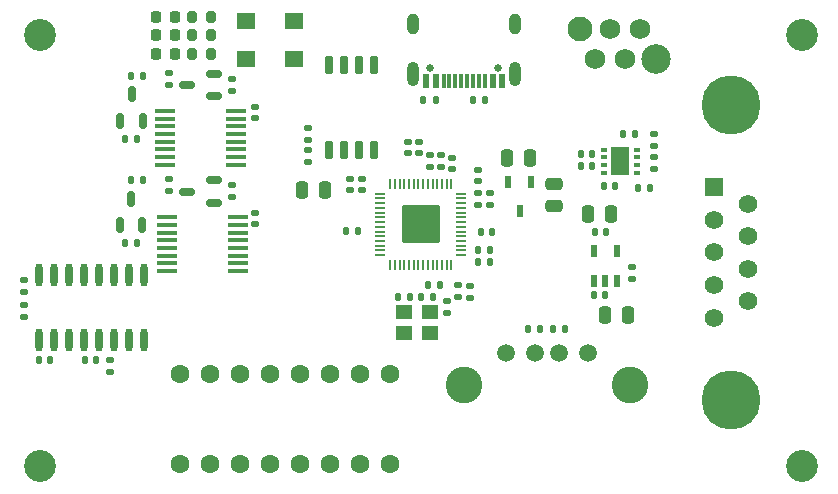
<source format=gbr>
%TF.GenerationSoftware,KiCad,Pcbnew,8.0.1*%
%TF.CreationDate,2024-03-30T20:31:03-07:00*%
%TF.ProjectId,babelfish,62616265-6c66-4697-9368-2e6b69636164,v0.3*%
%TF.SameCoordinates,Original*%
%TF.FileFunction,Soldermask,Top*%
%TF.FilePolarity,Negative*%
%FSLAX46Y46*%
G04 Gerber Fmt 4.6, Leading zero omitted, Abs format (unit mm)*
G04 Created by KiCad (PCBNEW 8.0.1) date 2024-03-30 20:31:03*
%MOMM*%
%LPD*%
G01*
G04 APERTURE LIST*
G04 Aperture macros list*
%AMRoundRect*
0 Rectangle with rounded corners*
0 $1 Rounding radius*
0 $2 $3 $4 $5 $6 $7 $8 $9 X,Y pos of 4 corners*
0 Add a 4 corners polygon primitive as box body*
4,1,4,$2,$3,$4,$5,$6,$7,$8,$9,$2,$3,0*
0 Add four circle primitives for the rounded corners*
1,1,$1+$1,$2,$3*
1,1,$1+$1,$4,$5*
1,1,$1+$1,$6,$7*
1,1,$1+$1,$8,$9*
0 Add four rect primitives between the rounded corners*
20,1,$1+$1,$2,$3,$4,$5,0*
20,1,$1+$1,$4,$5,$6,$7,0*
20,1,$1+$1,$6,$7,$8,$9,0*
20,1,$1+$1,$8,$9,$2,$3,0*%
G04 Aperture macros list end*
%ADD10RoundRect,0.135000X-0.185000X0.135000X-0.185000X-0.135000X0.185000X-0.135000X0.185000X0.135000X0*%
%ADD11RoundRect,0.150000X0.150000X-0.512500X0.150000X0.512500X-0.150000X0.512500X-0.150000X-0.512500X0*%
%ADD12RoundRect,0.250000X-0.250000X-0.475000X0.250000X-0.475000X0.250000X0.475000X-0.250000X0.475000X0*%
%ADD13RoundRect,0.135000X0.185000X-0.135000X0.185000X0.135000X-0.185000X0.135000X-0.185000X-0.135000X0*%
%ADD14RoundRect,0.250000X0.475000X-0.250000X0.475000X0.250000X-0.475000X0.250000X-0.475000X-0.250000X0*%
%ADD15R,1.803404X0.406401*%
%ADD16C,2.700000*%
%ADD17RoundRect,0.140000X-0.170000X0.140000X-0.170000X-0.140000X0.170000X-0.140000X0.170000X0.140000X0*%
%ADD18RoundRect,0.218750X-0.218750X-0.256250X0.218750X-0.256250X0.218750X0.256250X-0.218750X0.256250X0*%
%ADD19RoundRect,0.140000X0.140000X0.170000X-0.140000X0.170000X-0.140000X-0.170000X0.140000X-0.170000X0*%
%ADD20RoundRect,0.140000X0.170000X-0.140000X0.170000X0.140000X-0.170000X0.140000X-0.170000X-0.140000X0*%
%ADD21RoundRect,0.135000X0.135000X0.185000X-0.135000X0.185000X-0.135000X-0.185000X0.135000X-0.185000X0*%
%ADD22C,0.649987*%
%ADD23O,1.000000X2.100000*%
%ADD24O,1.000000X1.800000*%
%ADD25R,0.600000X1.240005*%
%ADD26R,0.300000X1.240005*%
%ADD27C,2.100000*%
%ADD28C,2.500000*%
%ADD29C,1.750000*%
%ADD30RoundRect,0.135000X-0.135000X-0.185000X0.135000X-0.185000X0.135000X0.185000X-0.135000X0.185000X0*%
%ADD31R,0.600000X1.070003*%
%ADD32RoundRect,0.200000X0.200000X0.275000X-0.200000X0.275000X-0.200000X-0.275000X0.200000X-0.275000X0*%
%ADD33RoundRect,0.150000X0.512500X0.150000X-0.512500X0.150000X-0.512500X-0.150000X0.512500X-0.150000X0*%
%ADD34RoundRect,0.140000X-0.140000X-0.170000X0.140000X-0.170000X0.140000X0.170000X-0.140000X0.170000X0*%
%ADD35C,1.600000*%
%ADD36R,0.600000X0.350013*%
%ADD37R,1.600000X2.400051*%
%ADD38RoundRect,0.050000X-0.387500X-0.050000X0.387500X-0.050000X0.387500X0.050000X-0.387500X0.050000X0*%
%ADD39RoundRect,0.050000X-0.050000X-0.387500X0.050000X-0.387500X0.050000X0.387500X-0.050000X0.387500X0*%
%ADD40RoundRect,0.144000X-1.456000X-1.456000X1.456000X-1.456000X1.456000X1.456000X-1.456000X1.456000X0*%
%ADD41C,1.500000*%
%ADD42C,3.100000*%
%ADD43R,0.622301X1.104902*%
%ADD44R,1.400000X1.200000*%
%ADD45O,0.602007X1.970993*%
%ADD46RoundRect,0.250000X0.250000X0.475000X-0.250000X0.475000X-0.250000X-0.475000X0.250000X-0.475000X0*%
%ADD47RoundRect,0.150000X0.150000X-0.650000X0.150000X0.650000X-0.150000X0.650000X-0.150000X-0.650000X0*%
%ADD48R,1.529997X1.359995*%
%ADD49R,1.574803X1.574803*%
%ADD50C,1.574803*%
%ADD51C,5.000000*%
G04 APERTURE END LIST*
D10*
%TO.C,R23*%
X8328400Y1353400D03*
X8328400Y333400D03*
%TD*%
D11*
%TO.C,Q1*%
X4200000Y6218000D03*
X6100000Y6218000D03*
X5150000Y8493000D03*
%TD*%
D12*
%TO.C,C31*%
X43800000Y-1600000D03*
X45700000Y-1600000D03*
%TD*%
D13*
%TO.C,R20*%
X13601800Y8803200D03*
X13601800Y9823200D03*
%TD*%
D14*
%TO.C,C21*%
X40900000Y-1000000D03*
X40900000Y900000D03*
%TD*%
D15*
%TO.C,U7*%
X8009728Y7072351D03*
X8009728Y6422110D03*
X8009728Y5772123D03*
X8009728Y5122135D03*
X8009728Y4472148D03*
X8009728Y3822161D03*
X8009728Y3172173D03*
X8009728Y2522186D03*
X14009728Y2522186D03*
X14009728Y3172173D03*
X14009728Y3822161D03*
X14009728Y4472148D03*
X14009728Y5122135D03*
X14009728Y5772123D03*
X14009728Y6422110D03*
X14009728Y7072351D03*
%TD*%
D16*
%TO.C,H4*%
X-2600000Y13500000D03*
%TD*%
D17*
%TO.C,C23*%
X-4000000Y-9368830D03*
X-4000000Y-10328830D03*
%TD*%
D18*
%TO.C,D1*%
X7225000Y15050000D03*
X8800000Y15050000D03*
%TD*%
D19*
%TO.C,C16*%
X24275500Y-3039000D03*
X23315500Y-3039000D03*
%TD*%
D20*
%TO.C,C37*%
X15600000Y-2500000D03*
X15600000Y-1540000D03*
%TD*%
%TO.C,C36*%
X15600000Y6500000D03*
X15600000Y7460000D03*
%TD*%
%TO.C,C14*%
X34463000Y1151000D03*
X34463000Y2111000D03*
%TD*%
D21*
%TO.C,R26*%
X39700000Y-11400000D03*
X38680000Y-11400000D03*
%TD*%
D10*
%TO.C,R14*%
X33800000Y-7700000D03*
X33800000Y-8720000D03*
%TD*%
D18*
%TO.C,D2*%
X7225000Y13500000D03*
X8800000Y13500000D03*
%TD*%
D22*
%TO.C,U3*%
X36205383Y10730787D03*
X30415442Y10730787D03*
D23*
X37625500Y10230914D03*
X28985419Y10230914D03*
D24*
X28985419Y14411000D03*
X37625500Y14411000D03*
D25*
X36505358Y9610899D03*
X35705510Y9610899D03*
D26*
X34555396Y9610899D03*
X33555396Y9610899D03*
X33055523Y9610899D03*
X32055523Y9610899D03*
D25*
X30105561Y9610899D03*
X30905409Y9610899D03*
D26*
X31555396Y9610899D03*
X32555396Y9610899D03*
X34055523Y9610899D03*
X35055523Y9610899D03*
%TD*%
D17*
%TO.C,C27*%
X3300000Y-14028830D03*
X3300000Y-14988830D03*
%TD*%
D12*
%TO.C,C22*%
X36950000Y3100000D03*
X38850000Y3100000D03*
%TD*%
D27*
%TO.C,J2*%
X43070000Y14040000D03*
D28*
X49540000Y11500000D03*
D29*
X48210000Y14040000D03*
X46940000Y11500000D03*
X45670000Y14040000D03*
X44400000Y11500000D03*
%TD*%
D21*
%TO.C,R9*%
X47800000Y5120000D03*
X46780000Y5120000D03*
%TD*%
D30*
%TO.C,R2*%
X47980000Y600000D03*
X49000000Y600000D03*
%TD*%
D21*
%TO.C,R13*%
X35510500Y-4722600D03*
X34490500Y-4722600D03*
%TD*%
D16*
%TO.C,H1*%
X-2600000Y-23000000D03*
%TD*%
D10*
%TO.C,R7*%
X20077600Y5677200D03*
X20077600Y4657200D03*
%TD*%
D17*
%TO.C,C7*%
X35500000Y100000D03*
X35500000Y-860000D03*
%TD*%
D31*
%TO.C,U6*%
X38949962Y1070154D03*
X37050038Y1070154D03*
X38000000Y-1400000D03*
%TD*%
D20*
%TO.C,C5*%
X29475500Y3500000D03*
X29475500Y4460000D03*
%TD*%
D32*
%TO.C,R15*%
X11900000Y15050000D03*
X10250000Y15050000D03*
%TD*%
D17*
%TO.C,C6*%
X34500000Y100000D03*
X34500000Y-860000D03*
%TD*%
D33*
%TO.C,Q2*%
X12128600Y8350000D03*
X12128600Y10250000D03*
X9853600Y9300000D03*
%TD*%
D18*
%TO.C,D3*%
X7225000Y11900000D03*
X8800000Y11900000D03*
%TD*%
D21*
%TO.C,R25*%
X6129600Y1216800D03*
X5109600Y1216800D03*
%TD*%
D10*
%TO.C,R28*%
X47500000Y-6090000D03*
X47500000Y-7110000D03*
%TD*%
D34*
%TO.C,C26*%
X1200000Y-14028830D03*
X2160000Y-14028830D03*
%TD*%
D35*
%TO.C,DIP1*%
X9234601Y-22798217D03*
X11774606Y-22798217D03*
X14314611Y-22798217D03*
X16854616Y-22798217D03*
X19394622Y-22798217D03*
X21934627Y-22798217D03*
X24474632Y-22798217D03*
X27014637Y-22798217D03*
X27014637Y-15178201D03*
X24474632Y-15178201D03*
X21934627Y-15178201D03*
X19394622Y-15178201D03*
X16854616Y-15178201D03*
X14314611Y-15178201D03*
X11774606Y-15178201D03*
X9234601Y-15178201D03*
%TD*%
D34*
%TO.C,C10*%
X34700000Y-3200000D03*
X35660000Y-3200000D03*
%TD*%
D36*
%TO.C,U2*%
X47919797Y1830160D03*
X47920051Y2490053D03*
X47920051Y3149947D03*
X47920051Y3810094D03*
X45119949Y3810094D03*
X45119949Y3149947D03*
X45119949Y2490053D03*
X45119949Y1830160D03*
D37*
X46520000Y2820000D03*
%TD*%
D34*
%TO.C,C28*%
X44300000Y-8500000D03*
X45260000Y-8500000D03*
%TD*%
D10*
%TO.C,R4*%
X31365500Y3393800D03*
X31365500Y2373800D03*
%TD*%
D11*
%TO.C,Q4*%
X4134800Y-2610000D03*
X6034800Y-2610000D03*
X5084800Y-335000D03*
%TD*%
D38*
%TO.C,U1*%
X26188000Y73500D03*
X26188000Y-326500D03*
X26188000Y-726500D03*
X26188000Y-1126500D03*
X26188000Y-1526500D03*
X26188000Y-1926500D03*
X26188000Y-2326500D03*
X26188000Y-2726500D03*
X26188000Y-3126500D03*
X26188000Y-3526500D03*
X26188000Y-3926500D03*
X26188000Y-4326500D03*
X26188000Y-4726500D03*
X26188000Y-5126500D03*
D39*
X27025500Y-5964000D03*
X27425500Y-5964000D03*
X27825500Y-5964000D03*
X28225500Y-5964000D03*
X28625500Y-5964000D03*
X29025500Y-5964000D03*
X29425500Y-5964000D03*
X29825500Y-5964000D03*
X30225500Y-5964000D03*
X30625500Y-5964000D03*
X31025500Y-5964000D03*
X31425500Y-5964000D03*
X31825500Y-5964000D03*
X32225500Y-5964000D03*
D38*
X33063000Y-5126500D03*
X33063000Y-4726500D03*
X33063000Y-4326500D03*
X33063000Y-3926500D03*
X33063000Y-3526500D03*
X33063000Y-3126500D03*
X33063000Y-2726500D03*
X33063000Y-2326500D03*
X33063000Y-1926500D03*
X33063000Y-1526500D03*
X33063000Y-1126500D03*
X33063000Y-726500D03*
X33063000Y-326500D03*
X33063000Y73500D03*
D39*
X32225500Y911000D03*
X31825500Y911000D03*
X31425500Y911000D03*
X31025500Y911000D03*
X30625500Y911000D03*
X30225500Y911000D03*
X29825500Y911000D03*
X29425500Y911000D03*
X29025500Y911000D03*
X28625500Y911000D03*
X28225500Y911000D03*
X27825500Y911000D03*
X27425500Y911000D03*
X27025500Y911000D03*
D40*
X29625500Y-2526500D03*
%TD*%
D30*
%TO.C,R24*%
X4594600Y-4085000D03*
X5614600Y-4085000D03*
%TD*%
D34*
%TO.C,C30*%
X44340000Y-3200000D03*
X45300000Y-3200000D03*
%TD*%
D41*
%TO.C,J4*%
X36800000Y-13390000D03*
X39300000Y-13390000D03*
X41300000Y-13390000D03*
X43800000Y-13390000D03*
D42*
X33300000Y-16100000D03*
X47300000Y-16100000D03*
%TD*%
D43*
%TO.C,U12*%
X44300585Y-7350000D03*
X45249785Y-7350000D03*
X46200000Y-7350000D03*
X46200000Y-4750050D03*
X44300585Y-4750050D03*
%TD*%
D21*
%TO.C,R1*%
X30695227Y-8657862D03*
X29675227Y-8657862D03*
%TD*%
D32*
%TO.C,R16*%
X11900000Y13500000D03*
X10250000Y13500000D03*
%TD*%
D21*
%TO.C,R5*%
X30875500Y8000000D03*
X29855500Y8000000D03*
%TD*%
D34*
%TO.C,C15*%
X45120000Y720000D03*
X46080000Y720000D03*
%TD*%
D20*
%TO.C,C4*%
X24649600Y371800D03*
X24649600Y1331800D03*
%TD*%
D10*
%TO.C,R6*%
X49400000Y5140000D03*
X49400000Y4120000D03*
%TD*%
%TO.C,R3*%
X30415400Y3393800D03*
X30415400Y2373800D03*
%TD*%
D32*
%TO.C,R17*%
X11900000Y11900000D03*
X10250000Y11900000D03*
%TD*%
D15*
%TO.C,U8*%
X8109728Y-1927649D03*
X8109728Y-2577890D03*
X8109728Y-3227877D03*
X8109728Y-3877865D03*
X8109728Y-4527852D03*
X8109728Y-5177839D03*
X8109728Y-5827827D03*
X8109728Y-6477814D03*
X14109728Y-6477814D03*
X14109728Y-5827827D03*
X14109728Y-5177839D03*
X14109728Y-4527852D03*
X14109728Y-3877865D03*
X14109728Y-3227877D03*
X14109728Y-2577890D03*
X14109728Y-1927649D03*
%TD*%
D30*
%TO.C,R27*%
X40850000Y-11400000D03*
X41870000Y-11400000D03*
%TD*%
D20*
%TO.C,C11*%
X31825227Y-10007862D03*
X31825227Y-9047862D03*
%TD*%
D21*
%TO.C,R19*%
X6110000Y10046200D03*
X5090000Y10046200D03*
%TD*%
D33*
%TO.C,Q3*%
X12138400Y-686600D03*
X12138400Y1213400D03*
X9863400Y263400D03*
%TD*%
D10*
%TO.C,R21*%
X8300000Y10300000D03*
X8300000Y9280000D03*
%TD*%
D13*
%TO.C,R22*%
X13613400Y-233400D03*
X13613400Y786600D03*
%TD*%
D44*
%TO.C,X1*%
X30375227Y-9957798D03*
X28175075Y-9957798D03*
X28175075Y-11707862D03*
X30375227Y-11707862D03*
%TD*%
D45*
%TO.C,U11*%
X-2690018Y-12300000D03*
X-1420015Y-12300000D03*
X-150013Y-12300000D03*
X1119990Y-12300000D03*
X2389992Y-12300000D03*
X3659995Y-12300000D03*
X4929997Y-12300000D03*
X6200000Y-12300000D03*
X6200000Y-6828830D03*
X4929997Y-6828830D03*
X3659995Y-6828830D03*
X2389992Y-6828830D03*
X1119990Y-6828830D03*
X-150013Y-6828830D03*
X-1420015Y-6828830D03*
X-2690018Y-6828830D03*
%TD*%
D12*
%TO.C,C29*%
X45250000Y-10200000D03*
X47150000Y-10200000D03*
%TD*%
D34*
%TO.C,C24*%
X-2700000Y-14028830D03*
X-1740000Y-14028830D03*
%TD*%
%TO.C,C12*%
X27715227Y-8657798D03*
X28675227Y-8657798D03*
%TD*%
D20*
%TO.C,C2*%
X28525500Y3501000D03*
X28525500Y4461000D03*
%TD*%
%TO.C,C9*%
X23633600Y371800D03*
X23633600Y1331800D03*
%TD*%
D16*
%TO.C,H3*%
X61900000Y13500000D03*
%TD*%
D17*
%TO.C,C25*%
X-4000000Y-7268830D03*
X-4000000Y-8228830D03*
%TD*%
D20*
%TO.C,C13*%
X32305500Y2170000D03*
X32305500Y3130000D03*
%TD*%
D10*
%TO.C,R8*%
X49400000Y3220000D03*
X49400000Y2200000D03*
%TD*%
D46*
%TO.C,C3*%
X21500000Y400000D03*
X19600000Y400000D03*
%TD*%
D16*
%TO.C,H2*%
X61900000Y-23000000D03*
%TD*%
D30*
%TO.C,R18*%
X4604400Y4744400D03*
X5624400Y4744400D03*
%TD*%
D21*
%TO.C,R12*%
X35510500Y-5687800D03*
X34490500Y-5687800D03*
%TD*%
D47*
%TO.C,U4*%
X21881000Y3770200D03*
X23151000Y3770200D03*
X24421000Y3770200D03*
X25691000Y3770200D03*
X25691000Y10970200D03*
X24421000Y10970200D03*
X23151000Y10970200D03*
X21881000Y10970200D03*
%TD*%
D48*
%TO.C,SW1*%
X14800000Y14700000D03*
X18870104Y14700000D03*
%TD*%
%TO.C,SW2*%
X14800000Y11450000D03*
X18870104Y11450000D03*
%TD*%
D19*
%TO.C,C18*%
X44160000Y3450000D03*
X43200000Y3450000D03*
%TD*%
%TO.C,C17*%
X44160000Y2400000D03*
X43200000Y2400000D03*
%TD*%
D30*
%TO.C,R10*%
X34030000Y8000000D03*
X35050000Y8000000D03*
%TD*%
D10*
%TO.C,R11*%
X20077600Y3769600D03*
X20077600Y2749600D03*
%TD*%
D34*
%TO.C,C8*%
X30275500Y-7689000D03*
X31235500Y-7689000D03*
%TD*%
D17*
%TO.C,C1*%
X32800000Y-7689000D03*
X32800000Y-8649000D03*
%TD*%
D49*
%TO.C,J3*%
X54480137Y619812D03*
D50*
X54480137Y-2140157D03*
X54480137Y-4900127D03*
X54480137Y-7660097D03*
X54480137Y-10420066D03*
X57320117Y-760173D03*
X57320117Y-3520142D03*
X57320117Y-6280112D03*
X57320117Y-9040081D03*
D51*
X55900000Y7600000D03*
X55900000Y-17400000D03*
%TD*%
M02*

</source>
